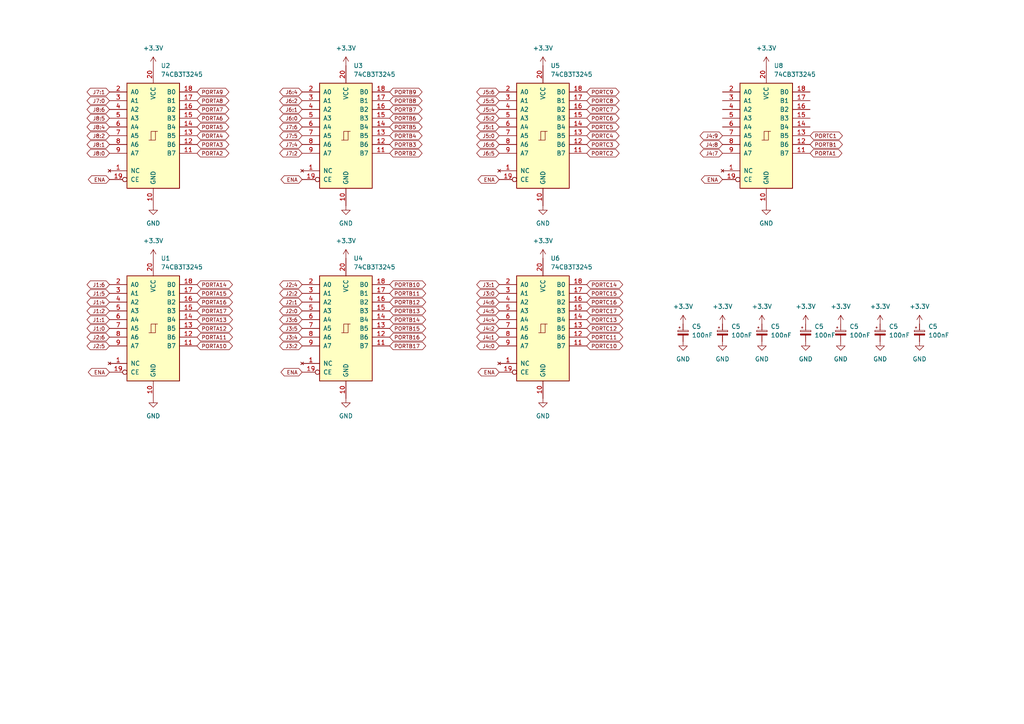
<source format=kicad_sch>
(kicad_sch (version 20230121) (generator eeschema)
  (paper "A4")
  (lib_symbols
    (symbol "Custom_components:74CB3T3245" (pin_names (offset 1.016))
      (property "Reference" "U" (at -7.62 16.51 0))
      (property "Value" "74CB3T3245" (at -7.62 -16.51 0))
      (symbol "74CB3T3245_1_0"
        (polyline (pts (xy -0.635 -1.27) (xy -0.635 1.27) (xy 0.635 1.27)))
        (polyline (pts (xy -1.27 -1.27) (xy 0.635 -1.27) (xy 0.635 1.27) (xy 1.27 1.27)))
        (pin no_connect line (at -12.7 -10.16 0) (length 5.08) (name "NC") (number "1"))
        (pin power_in line (at 0 -20.32 90) (length 5.08) (name "GND") (number "10"))
        (pin tri_state line (at 12.7 -5.08 180) (length 5.08) (name "B7") (number "11"))
        (pin tri_state line (at 12.7 -2.54 180) (length 5.08) (name "B6") (number "12"))
        (pin tri_state line (at 12.7 0 180) (length 5.08) (name "B5") (number "13"))
        (pin tri_state line (at 12.7 2.54 180) (length 5.08) (name "B4") (number "14"))
        (pin tri_state line (at 12.7 5.08 180) (length 5.08) (name "B3") (number "15"))
        (pin tri_state line (at 12.7 7.62 180) (length 5.08) (name "B2") (number "16"))
        (pin tri_state line (at 12.7 10.16 180) (length 5.08) (name "B1") (number "17"))
        (pin tri_state line (at 12.7 12.7 180) (length 5.08) (name "B0") (number "18"))
        (pin input inverted (at -12.7 -12.7 0) (length 5.08) (name "CE") (number "19"))
        (pin tri_state line (at -12.7 12.7 0) (length 5.08) (name "A0") (number "2"))
        (pin power_in line (at 0 20.32 270) (length 5.08) (name "VCC") (number "20"))
        (pin tri_state line (at -12.7 10.16 0) (length 5.08) (name "A1") (number "3"))
        (pin tri_state line (at -12.7 7.62 0) (length 5.08) (name "A2") (number "4"))
        (pin tri_state line (at -12.7 5.08 0) (length 5.08) (name "A3") (number "5"))
        (pin tri_state line (at -12.7 2.54 0) (length 5.08) (name "A4") (number "6"))
        (pin tri_state line (at -12.7 0 0) (length 5.08) (name "A5") (number "7"))
        (pin tri_state line (at -12.7 -2.54 0) (length 5.08) (name "A6") (number "8"))
        (pin tri_state line (at -12.7 -5.08 0) (length 5.08) (name "A7") (number "9"))
      )
      (symbol "74CB3T3245_1_1"
        (rectangle (start -7.62 15.24) (end 7.62 -15.24) (stroke (width 0.254)) (fill (type background)))
      )
    )
    (symbol "Device:C_Polarized_Small" (pin_numbers hide) (pin_names (offset 0.254) hide)
      (property "Reference" "C" (at 0.254 1.778 0))
      (property "Value" "C_Polarized_Small" (at 0.254 -2.032 0))
      (symbol "C_Polarized_Small_0_1"
        (rectangle (start -1.524 -0.3048) (end 1.524 -0.6858) (fill (type outline)))
        (rectangle (start -1.524 0.6858) (end 1.524 0.3048))
        (polyline (pts (xy -1.27 1.524) (xy -0.762 1.524)))
        (polyline (pts (xy -1.016 1.27) (xy -1.016 1.778)))
      )
      (symbol "C_Polarized_Small_1_1"
        (pin passive line (at 0 2.54 270) (length 1.8542) (name "~") (number "1"))
        (pin passive line (at 0 -2.54 90) (length 1.8542) (name "~") (number "2"))
      )
    )
    (symbol "power:+3.3V" (power) (pin_names (offset 0))
      (property "Value" "+3.3V" (at 0 3.556 0))
      (symbol "+3.3V_0_1"
        (polyline (pts (xy -0.762 1.27) (xy 0 2.54)))
        (polyline (pts (xy 0 0) (xy 0 2.54)))
        (polyline (pts (xy 0 2.54) (xy 0.762 1.27)))
      )
      (symbol "+3.3V_1_1"
        (pin power_in line (at 0 0 90) (length 0) hide (name "+3.3V") (number "1"))
      )
    )
    (symbol "power:GND" (power) (pin_names (offset 0))
      (property "Value" "GND" (at 0 -3.81 0))
      (symbol "GND_0_1"
        (polyline (pts (xy 0 0) (xy 0 -1.27) (xy 1.27 -1.27) (xy 0 -2.54) (xy -1.27 -1.27) (xy 0 -1.27)))
      )
      (symbol "GND_1_1"
        (pin power_in line (at 0 0 270) (length 0) hide (name "GND") (number "1"))
      )
    )
  )
  (global_label "ENA" (shape bidirectional) (at 209.55 52.07 180) (effects (font (size 1.1 1.1))) (property "Intersheetrefs" "${INTERSHEET_REFS}" (effects hide)))
  (global_label "J4:1" (shape bidirectional) (at 144.78 97.79 180) (effects (font (size 1.1 1.1))) (property "Intersheetrefs" "${INTERSHEET_REFS}" (effects hide)))
  (global_label "PORTA2" (shape bidirectional) (at 57.15 44.45 0) (effects (font (size 1.1 1.1))) (property "Intersheetrefs" "${INTERSHEET_REFS}" (effects hide)))
  (global_label "J8:6" (shape bidirectional) (at 31.75 31.75 180) (effects (font (size 1.1 1.1))) (property "Intersheetrefs" "${INTERSHEET_REFS}" (effects hide)))
  (global_label "PORTA5" (shape bidirectional) (at 57.15 36.83 0) (effects (font (size 1.1 1.1))) (property "Intersheetrefs" "${INTERSHEET_REFS}" (effects hide)))
  (global_label "PORTB6" (shape bidirectional) (at 113.03 34.29 0) (effects (font (size 1.1 1.1))) (property "Intersheetrefs" "${INTERSHEET_REFS}" (effects hide)))
  (global_label "J5:6" (shape bidirectional) (at 144.78 26.67 180) (effects (font (size 1.1 1.1))) (property "Intersheetrefs" "${INTERSHEET_REFS}" (effects hide)))
  (global_label "J7:4" (shape bidirectional) (at 87.63 41.91 180) (effects (font (size 1.1 1.1))) (property "Intersheetrefs" "${INTERSHEET_REFS}" (effects hide)))
  (global_label "PORTA6" (shape bidirectional) (at 57.15 34.29 0) (effects (font (size 1.1 1.1))) (property "Intersheetrefs" "${INTERSHEET_REFS}" (effects hide)))
  (global_label "J4:4" (shape bidirectional) (at 144.78 92.71 180) (effects (font (size 1.1 1.1))) (property "Intersheetrefs" "${INTERSHEET_REFS}" (effects hide)))
  (global_label "J2:4" (shape bidirectional) (at 87.63 82.55 180) (effects (font (size 1.1 1.1))) (property "Intersheetrefs" "${INTERSHEET_REFS}" (effects hide)))
  (global_label "PORTB3" (shape bidirectional) (at 113.03 41.91 0) (effects (font (size 1.1 1.1))) (property "Intersheetrefs" "${INTERSHEET_REFS}" (effects hide)))
  (global_label "J5:5" (shape bidirectional) (at 144.78 29.21 180) (effects (font (size 1.1 1.1))) (property "Intersheetrefs" "${INTERSHEET_REFS}" (effects hide)))
  (global_label "PORTB4" (shape bidirectional) (at 113.03 39.37 0) (effects (font (size 1.1 1.1))) (property "Intersheetrefs" "${INTERSHEET_REFS}" (effects hide)))
  (global_label "PORTC4" (shape bidirectional) (at 170.18 39.37 0) (effects (font (size 1.1 1.1))) (property "Intersheetrefs" "${INTERSHEET_REFS}" (effects hide)))
  (global_label "J6:4" (shape bidirectional) (at 87.63 26.67 180) (effects (font (size 1.1 1.1))) (property "Intersheetrefs" "${INTERSHEET_REFS}" (effects hide)))
  (global_label "J6:6" (shape bidirectional) (at 144.78 41.91 180) (effects (font (size 1.1 1.1))) (property "Intersheetrefs" "${INTERSHEET_REFS}" (effects hide)))
  (global_label "PORTA12" (shape bidirectional) (at 57.15 95.25 0) (effects (font (size 1.1 1.1))) (property "Intersheetrefs" "${INTERSHEET_REFS}" (effects hide)))
  (global_label "J1:1" (shape bidirectional) (at 31.75 92.71 180) (effects (font (size 1.1 1.1))) (property "Intersheetrefs" "${INTERSHEET_REFS}" (effects hide)))
  (global_label "PORTC8" (shape bidirectional) (at 170.18 29.21 0) (effects (font (size 1.1 1.1))) (property "Intersheetrefs" "${INTERSHEET_REFS}" (effects hide)))
  (global_label "PORTC17" (shape bidirectional) (at 170.18 90.17 0) (effects (font (size 1.1 1.1))) (property "Intersheetrefs" "${INTERSHEET_REFS}" (effects hide)))
  (global_label "J6:1" (shape bidirectional) (at 87.63 31.75 180) (effects (font (size 1.1 1.1))) (property "Intersheetrefs" "${INTERSHEET_REFS}" (effects hide)))
  (global_label "J6:2" (shape bidirectional) (at 87.63 29.21 180) (effects (font (size 1.1 1.1))) (property "Intersheetrefs" "${INTERSHEET_REFS}" (effects hide)))
  (global_label "J1:5" (shape bidirectional) (at 31.75 85.09 180) (effects (font (size 1.1 1.1))) (property "Intersheetrefs" "${INTERSHEET_REFS}" (effects hide)))
  (global_label "J1:6" (shape bidirectional) (at 31.75 82.55 180) (effects (font (size 1.1 1.1))) (property "Intersheetrefs" "${INTERSHEET_REFS}" (effects hide)))
  (global_label "J8:0" (shape bidirectional) (at 31.75 44.45 180) (effects (font (size 1.1 1.1))) (property "Intersheetrefs" "${INTERSHEET_REFS}" (effects hide)))
  (global_label "PORTB17" (shape bidirectional) (at 113.03 100.33 0) (effects (font (size 1.1 1.1))) (property "Intersheetrefs" "${INTERSHEET_REFS}" (effects hide)))
  (global_label "J5:2" (shape bidirectional) (at 144.78 34.29 180) (effects (font (size 1.1 1.1))) (property "Intersheetrefs" "${INTERSHEET_REFS}" (effects hide)))
  (global_label "J7:5" (shape bidirectional) (at 87.63 39.37 180) (effects (font (size 1.1 1.1))) (property "Intersheetrefs" "${INTERSHEET_REFS}" (effects hide)))
  (global_label "J2:6" (shape bidirectional) (at 31.75 97.79 180) (effects (font (size 1.1 1.1))) (property "Intersheetrefs" "${INTERSHEET_REFS}" (effects hide)))
  (global_label "J8:1" (shape bidirectional) (at 31.75 41.91 180) (effects (font (size 1.1 1.1))) (property "Intersheetrefs" "${INTERSHEET_REFS}" (effects hide)))
  (global_label "J5:0" (shape bidirectional) (at 144.78 39.37 180) (effects (font (size 1.1 1.1))) (property "Intersheetrefs" "${INTERSHEET_REFS}" (effects hide)))
  (global_label "PORTC5" (shape bidirectional) (at 170.18 36.83 0) (effects (font (size 1.1 1.1))) (property "Intersheetrefs" "${INTERSHEET_REFS}" (effects hide)))
  (global_label "PORTA4" (shape bidirectional) (at 57.15 39.37 0) (effects (font (size 1.1 1.1))) (property "Intersheetrefs" "${INTERSHEET_REFS}" (effects hide)))
  (global_label "PORTC7" (shape bidirectional) (at 170.18 31.75 0) (effects (font (size 1.1 1.1))) (property "Intersheetrefs" "${INTERSHEET_REFS}" (effects hide)))
  (global_label "J2:2" (shape bidirectional) (at 87.63 85.09 180) (effects (font (size 1.1 1.1))) (property "Intersheetrefs" "${INTERSHEET_REFS}" (effects hide)))
  (global_label "J1:4" (shape bidirectional) (at 31.75 87.63 180) (effects (font (size 1.1 1.1))) (property "Intersheetrefs" "${INTERSHEET_REFS}" (effects hide)))
  (global_label "PORTA10" (shape bidirectional) (at 57.15 100.33 0) (effects (font (size 1.1 1.1))) (property "Intersheetrefs" "${INTERSHEET_REFS}" (effects hide)))
  (global_label "J3:6" (shape bidirectional) (at 87.63 92.71 180) (effects (font (size 1.1 1.1))) (property "Intersheetrefs" "${INTERSHEET_REFS}" (effects hide)))
  (global_label "J2:5" (shape bidirectional) (at 31.75 100.33 180) (effects (font (size 1.1 1.1))) (property "Intersheetrefs" "${INTERSHEET_REFS}" (effects hide)))
  (global_label "PORTC1" (shape bidirectional) (at 234.95 39.37 0) (effects (font (size 1.1 1.1))) (property "Intersheetrefs" "${INTERSHEET_REFS}" (effects hide)))
  (global_label "J8:4" (shape bidirectional) (at 31.75 36.83 180) (effects (font (size 1.1 1.1))) (property "Intersheetrefs" "${INTERSHEET_REFS}" (effects hide)))
  (global_label "J4:9" (shape bidirectional) (at 209.55 39.37 180) (effects (font (size 1.1 1.1))) (property "Intersheetrefs" "${INTERSHEET_REFS}" (effects hide)))
  (global_label "PORTB11" (shape bidirectional) (at 113.03 85.09 0) (effects (font (size 1.1 1.1))) (property "Intersheetrefs" "${INTERSHEET_REFS}" (effects hide)))
  (global_label "J3:4" (shape bidirectional) (at 87.63 97.79 180) (effects (font (size 1.1 1.1))) (property "Intersheetrefs" "${INTERSHEET_REFS}" (effects hide)))
  (global_label "ENA" (shape bidirectional) (at 87.63 107.95 180) (effects (font (size 1.1 1.1))) (property "Intersheetrefs" "${INTERSHEET_REFS}" (effects hide)))
  (global_label "PORTB2" (shape bidirectional) (at 113.03 44.45 0) (effects (font (size 1.1 1.1))) (property "Intersheetrefs" "${INTERSHEET_REFS}" (effects hide)))
  (global_label "PORTC12" (shape bidirectional) (at 170.18 95.25 0) (effects (font (size 1.1 1.1))) (property "Intersheetrefs" "${INTERSHEET_REFS}" (effects hide)))
  (global_label "PORTC13" (shape bidirectional) (at 170.18 92.71 0) (effects (font (size 1.1 1.1))) (property "Intersheetrefs" "${INTERSHEET_REFS}" (effects hide)))
  (global_label "J7:1" (shape bidirectional) (at 31.75 26.67 180) (effects (font (size 1.1 1.1))) (property "Intersheetrefs" "${INTERSHEET_REFS}" (effects hide)))
  (global_label "J4:6" (shape bidirectional) (at 144.78 87.63 180) (effects (font (size 1.1 1.1))) (property "Intersheetrefs" "${INTERSHEET_REFS}" (effects hide)))
  (global_label "PORTA8" (shape bidirectional) (at 57.15 29.21 0) (effects (font (size 1.1 1.1))) (property "Intersheetrefs" "${INTERSHEET_REFS}" (effects hide)))
  (global_label "PORTB8" (shape bidirectional) (at 113.03 29.21 0) (effects (font (size 1.1 1.1))) (property "Intersheetrefs" "${INTERSHEET_REFS}" (effects hide)))
  (global_label "J6:0" (shape bidirectional) (at 87.63 34.29 180) (effects (font (size 1.1 1.1))) (property "Intersheetrefs" "${INTERSHEET_REFS}" (effects hide)))
  (global_label "J5:4" (shape bidirectional) (at 144.78 31.75 180) (effects (font (size 1.1 1.1))) (property "Intersheetrefs" "${INTERSHEET_REFS}" (effects hide)))
  (global_label "J4:0" (shape bidirectional) (at 144.78 100.33 180) (effects (font (size 1.1 1.1))) (property "Intersheetrefs" "${INTERSHEET_REFS}" (effects hide)))
  (global_label "J4:7" (shape bidirectional) (at 209.55 44.45 180) (effects (font (size 1.1 1.1))) (property "Intersheetrefs" "${INTERSHEET_REFS}" (effects hide)))
  (global_label "PORTC9" (shape bidirectional) (at 170.18 26.67 0) (effects (font (size 1.1 1.1))) (property "Intersheetrefs" "${INTERSHEET_REFS}" (effects hide)))
  (global_label "PORTC11" (shape bidirectional) (at 170.18 97.79 0) (effects (font (size 1.1 1.1))) (property "Intersheetrefs" "${INTERSHEET_REFS}" (effects hide)))
  (global_label "J7:0" (shape bidirectional) (at 31.75 29.21 180) (effects (font (size 1.1 1.1))) (property "Intersheetrefs" "${INTERSHEET_REFS}" (effects hide)))
  (global_label "J4:8" (shape bidirectional) (at 209.55 41.91 180) (effects (font (size 1.1 1.1))) (property "Intersheetrefs" "${INTERSHEET_REFS}" (effects hide)))
  (global_label "PORTA16" (shape bidirectional) (at 57.15 87.63 0) (effects (font (size 1.1 1.1))) (property "Intersheetrefs" "${INTERSHEET_REFS}" (effects hide)))
  (global_label "J8:5" (shape bidirectional) (at 31.75 34.29 180) (effects (font (size 1.1 1.1))) (property "Intersheetrefs" "${INTERSHEET_REFS}" (effects hide)))
  (global_label "J5:1" (shape bidirectional) (at 144.78 36.83 180) (effects (font (size 1.1 1.1))) (property "Intersheetrefs" "${INTERSHEET_REFS}" (effects hide)))
  (global_label "J2:0" (shape bidirectional) (at 87.63 90.17 180) (effects (font (size 1.1 1.1))) (property "Intersheetrefs" "${INTERSHEET_REFS}" (effects hide)))
  (global_label "J1:0" (shape bidirectional) (at 31.75 95.25 180) (effects (font (size 1.1 1.1))) (property "Intersheetrefs" "${INTERSHEET_REFS}" (effects hide)))
  (global_label "J3:0" (shape bidirectional) (at 144.78 85.09 180) (effects (font (size 1.1 1.1))) (property "Intersheetrefs" "${INTERSHEET_REFS}" (effects hide)))
  (global_label "J8:2" (shape bidirectional) (at 31.75 39.37 180) (effects (font (size 1.1 1.1))) (property "Intersheetrefs" "${INTERSHEET_REFS}" (effects hide)))
  (global_label "PORTB9" (shape bidirectional) (at 113.03 26.67 0) (effects (font (size 1.1 1.1))) (property "Intersheetrefs" "${INTERSHEET_REFS}" (effects hide)))
  (global_label "PORTC10" (shape bidirectional) (at 170.18 100.33 0) (effects (font (size 1.1 1.1))) (property "Intersheetrefs" "${INTERSHEET_REFS}" (effects hide)))
  (global_label "PORTC3" (shape bidirectional) (at 170.18 41.91 0) (effects (font (size 1.1 1.1))) (property "Intersheetrefs" "${INTERSHEET_REFS}" (effects hide)))
  (global_label "PORTA1" (shape bidirectional) (at 234.95 44.45 0) (effects (font (size 1.1 1.1))) (property "Intersheetrefs" "${INTERSHEET_REFS}" (effects hide)))
  (global_label "PORTA14" (shape bidirectional) (at 57.15 82.55 0) (effects (font (size 1.1 1.1))) (property "Intersheetrefs" "${INTERSHEET_REFS}" (effects hide)))
  (global_label "ENA" (shape bidirectional) (at 144.78 107.95 180) (effects (font (size 1.1 1.1))) (property "Intersheetrefs" "${INTERSHEET_REFS}" (effects hide)))
  (global_label "J7:2" (shape bidirectional) (at 87.63 44.45 180) (effects (font (size 1.1 1.1))) (property "Intersheetrefs" "${INTERSHEET_REFS}" (effects hide)))
  (global_label "ENA" (shape bidirectional) (at 31.75 52.07 180) (effects (font (size 1.1 1.1))) (property "Intersheetrefs" "${INTERSHEET_REFS}" (effects hide)))
  (global_label "PORTB15" (shape bidirectional) (at 113.03 95.25 0) (effects (font (size 1.1 1.1))) (property "Intersheetrefs" "${INTERSHEET_REFS}" (effects hide)))
  (global_label "PORTB13" (shape bidirectional) (at 113.03 90.17 0) (effects (font (size 1.1 1.1))) (property "Intersheetrefs" "${INTERSHEET_REFS}" (effects hide)))
  (global_label "PORTB1" (shape bidirectional) (at 234.95 41.91 0) (effects (font (size 1.1 1.1))) (property "Intersheetrefs" "${INTERSHEET_REFS}" (effects hide)))
  (global_label "J3:5" (shape bidirectional) (at 87.63 95.25 180) (effects (font (size 1.1 1.1))) (property "Intersheetrefs" "${INTERSHEET_REFS}" (effects hide)))
  (global_label "J7:6" (shape bidirectional) (at 87.63 36.83 180) (effects (font (size 1.1 1.1))) (property "Intersheetrefs" "${INTERSHEET_REFS}" (effects hide)))
  (global_label "PORTC14" (shape bidirectional) (at 170.18 82.55 0) (effects (font (size 1.1 1.1))) (property "Intersheetrefs" "${INTERSHEET_REFS}" (effects hide)))
  (global_label "PORTA13" (shape bidirectional) (at 57.15 92.71 0) (effects (font (size 1.1 1.1))) (property "Intersheetrefs" "${INTERSHEET_REFS}" (effects hide)))
  (global_label "J2:1" (shape bidirectional) (at 87.63 87.63 180) (effects (font (size 1.1 1.1))) (property "Intersheetrefs" "${INTERSHEET_REFS}" (effects hide)))
  (global_label "ENA" (shape bidirectional) (at 144.78 52.07 180) (effects (font (size 1.1 1.1))) (property "Intersheetrefs" "${INTERSHEET_REFS}" (effects hide)))
  (global_label "PORTC16" (shape bidirectional) (at 170.18 87.63 0) (effects (font (size 1.1 1.1))) (property "Intersheetrefs" "${INTERSHEET_REFS}" (effects hide)))
  (global_label "PORTB7" (shape bidirectional) (at 113.03 31.75 0) (effects (font (size 1.1 1.1))) (property "Intersheetrefs" "${INTERSHEET_REFS}" (effects hide)))
  (global_label "PORTA9" (shape bidirectional) (at 57.15 26.67 0) (effects (font (size 1.1 1.1))) (property "Intersheetrefs" "${INTERSHEET_REFS}" (effects hide)))
  (global_label "J6:5" (shape bidirectional) (at 144.78 44.45 180) (effects (font (size 1.1 1.1))) (property "Intersheetrefs" "${INTERSHEET_REFS}" (effects hide)))
  (global_label "PORTB5" (shape bidirectional) (at 113.03 36.83 0) (effects (font (size 1.1 1.1))) (property "Intersheetrefs" "${INTERSHEET_REFS}" (effects hide)))
  (global_label "PORTB12" (shape bidirectional) (at 113.03 87.63 0) (effects (font (size 1.1 1.1))) (property "Intersheetrefs" "${INTERSHEET_REFS}" (effects hide)))
  (global_label "PORTB16" (shape bidirectional) (at 113.03 97.79 0) (effects (font (size 1.1 1.1))) (property "Intersheetrefs" "${INTERSHEET_REFS}" (effects hide)))
  (global_label "PORTA17" (shape bidirectional) (at 57.15 90.17 0) (effects (font (size 1.1 1.1))) (property "Intersheetrefs" "${INTERSHEET_REFS}" (effects hide)))
  (global_label "PORTC2" (shape bidirectional) (at 170.18 44.45 0) (effects (font (size 1.1 1.1))) (property "Intersheetrefs" "${INTERSHEET_REFS}" (effects hide)))
  (global_label "J4:2" (shape bidirectional) (at 144.78 95.25 180) (effects (font (size 1.1 1.1))) (property "Intersheetrefs" "${INTERSHEET_REFS}" (effects hide)))
  (global_label "PORTA15" (shape bidirectional) (at 57.15 85.09 0) (effects (font (size 1.1 1.1))) (property "Intersheetrefs" "${INTERSHEET_REFS}" (effects hide)))
  (global_label "PORTB14" (shape bidirectional) (at 113.03 92.71 0) (effects (font (size 1.1 1.1))) (property "Intersheetrefs" "${INTERSHEET_REFS}" (effects hide)))
  (global_label "PORTA7" (shape bidirectional) (at 57.15 31.75 0) (effects (font (size 1.1 1.1))) (property "Intersheetrefs" "${INTERSHEET_REFS}" (effects hide)))
  (global_label "J3:1" (shape bidirectional) (at 144.78 82.55 180) (effects (font (size 1.1 1.1))) (property "Intersheetrefs" "${INTERSHEET_REFS}" (effects hide)))
  (global_label "PORTC15" (shape bidirectional) (at 170.18 85.09 0) (effects (font (size 1.1 1.1))) (property "Intersheetrefs" "${INTERSHEET_REFS}" (effects hide)))
  (global_label "PORTA3" (shape bidirectional) (at 57.15 41.91 0) (effects (font (size 1.1 1.1))) (property "Intersheetrefs" "${INTERSHEET_REFS}" (effects hide)))
  (global_label "ENA" (shape bidirectional) (at 31.75 107.95 180) (effects (font (size 1.1 1.1))) (property "Intersheetrefs" "${INTERSHEET_REFS}" (effects hide)))
  (global_label "ENA" (shape bidirectional) (at 87.63 52.07 180) (effects (font (size 1.1 1.1))) (property "Intersheetrefs" "${INTERSHEET_REFS}" (effects hide)))
  (global_label "PORTB10" (shape bidirectional) (at 113.03 82.55 0) (effects (font (size 1.1 1.1))) (property "Intersheetrefs" "${INTERSHEET_REFS}" (effects hide)))
  (global_label "J1:2" (shape bidirectional) (at 31.75 90.17 180) (effects (font (size 1.1 1.1))) (property "Intersheetrefs" "${INTERSHEET_REFS}" (effects hide)))
  (global_label "PORTA11" (shape bidirectional) (at 57.15 97.79 0) (effects (font (size 1.1 1.1))) (property "Intersheetrefs" "${INTERSHEET_REFS}" (effects hide)))
  (global_label "J3:2" (shape bidirectional) (at 87.63 100.33 180) (effects (font (size 1.1 1.1))) (property "Intersheetrefs" "${INTERSHEET_REFS}" (effects hide)))
  (global_label "PORTC6" (shape bidirectional) (at 170.18 34.29 0) (effects (font (size 1.1 1.1))) (property "Intersheetrefs" "${INTERSHEET_REFS}" (effects hide)))
  (global_label "J4:5" (shape bidirectional) (at 144.78 90.17 180) (effects (font (size 1.1 1.1))) (property "Intersheetrefs" "${INTERSHEET_REFS}" (effects hide)))
  (symbol (lib_id "power:+3.3V") (at 44.45 74.93 0) (unit 1)
    (property "Reference" "#PWR03" (effects hide))
    (property "Value" "+3.3V" (at 44.45 69.85 0))
  )
  (symbol (lib_id "Custom_components:74CB3T3245") (at 44.45 39.37 0) (unit 1)
    (property "Reference" "U2" (at 46.6441 19.05 0) (effects (justify left)))
    (property "Value" "74CB3T3245" (at 46.6441 21.59 0) (effects (justify left)))
    (property "Footprint" "Package_SO:TSSOP-20_4.4x6.5mm_P0.65mm" (effects hide))
    (property "Datasheet" "https://www.ti.com/product/SN74CB3T3245" (effects hide))
    (property "LCSC" "C15298" (effects hide))
  )
  (symbol (lib_id "power:+3.3V") (at 157.48 74.93 0) (unit 1)
    (property "Reference" "#PWR011" (effects hide))
    (property "Value" "+3.3V" (at 157.48 69.85 0))
  )
  (symbol (lib_id "power:+3.3V") (at 255.27 93.98 0) (unit 1)
    (property "Reference" "#PWR0112" (effects hide))
    (property "Value" "+3.3V" (at 255.27 88.9 0))
  )
  (symbol (lib_id "power:GND") (at 243.84 99.06 0) (unit 1)
    (property "Reference" "#PWR0111" (effects hide))
    (property "Value" "GND" (at 243.84 104.14 0))
  )
  (symbol (lib_id "Device:C_Polarized_Small") (at 220.98 96.52 0) (unit 1)
    (property "Reference" "C5" (at 223.52 94.7039 0) (effects (justify left)))
    (property "Value" "100nF" (at 223.52 97.2439 0) (effects (justify left)))
    (property "Footprint" "Capacitor_SMD:C_1206_3216Metric_Pad1.33x1.80mm_HandSolder" (effects hide))
    (property "LCSC" "C24497" (effects hide))
    (instances (project "HUB75HAT" (path "" (reference "C5") (unit 1)) (path "" (reference "C16") (unit 1))))
  )
  (symbol (lib_id "power:+3.3V") (at 243.84 93.98 0) (unit 1)
    (property "Reference" "#PWR0110" (effects hide))
    (property "Value" "+3.3V" (at 243.84 88.9 0))
  )
  (symbol (lib_id "power:GND") (at 233.68 99.06 0) (unit 1)
    (property "Reference" "#PWR0109" (effects hide))
    (property "Value" "GND" (at 233.68 104.14 0))
  )
  (symbol (lib_id "Device:C_Polarized_Small") (at 243.84 96.52 0) (unit 1)
    (property "Reference" "C5" (at 246.38 94.7039 0) (effects (justify left)))
    (property "Value" "100nF" (at 246.38 97.2439 0) (effects (justify left)))
    (property "Footprint" "Capacitor_SMD:C_1206_3216Metric_Pad1.33x1.80mm_HandSolder" (effects hide))
    (property "LCSC" "C24497" (effects hide))
    (instances (project "HUB75HAT" (path "" (reference "C5") (unit 1)) (path "" (reference "C18") (unit 1))))
  )
  (symbol (lib_id "Device:C_Polarized_Small") (at 198.12 96.52 0) (unit 1)
    (property "Reference" "C5" (at 200.66 94.7039 0) (effects (justify left)))
    (property "Value" "100nF" (at 200.66 97.2439 0) (effects (justify left)))
    (property "Footprint" "Capacitor_SMD:C_1206_3216Metric_Pad1.33x1.80mm_HandSolder" (effects hide))
    (property "LCSC" "C24497" (effects hide))
    (instances (project "HUB75HAT" (path "" (reference "C5") (unit 1)) (path "" (reference "C21") (unit 1))))
  )
  (symbol (lib_id "power:+3.3V") (at 233.68 93.98 0) (unit 1)
    (property "Reference" "#PWR0108" (effects hide))
    (property "Value" "+3.3V" (at 233.68 88.9 0))
  )
  (symbol (lib_id "Device:C_Polarized_Small") (at 255.27 96.52 0) (unit 1)
    (property "Reference" "C5" (at 257.81 94.7039 0) (effects (justify left)))
    (property "Value" "100nF" (at 257.81 97.2439 0) (effects (justify left)))
    (property "Footprint" "Capacitor_SMD:C_1206_3216Metric_Pad1.33x1.80mm_HandSolder" (effects hide))
    (property "LCSC" "C24497" (effects hide))
    (instances (project "HUB75HAT" (path "" (reference "C5") (unit 1)) (path "" (reference "C19") (unit 1))))
  )
  (symbol (lib_id "power:+3.3V") (at 222.25 19.05 0) (unit 1)
    (property "Reference" "#PWR072" (effects hide))
    (property "Value" "+3.3V" (at 222.25 13.97 0))
  )
  (symbol (lib_id "power:GND") (at 220.98 99.06 0) (unit 1)
    (property "Reference" "#PWR071" (effects hide))
    (property "Value" "GND" (at 220.98 104.14 0))
  )
  (symbol (lib_id "Device:C_Polarized_Small") (at 233.68 96.52 0) (unit 1)
    (property "Reference" "C5" (at 236.22 94.7039 0) (effects (justify left)))
    (property "Value" "100nF" (at 236.22 97.2439 0) (effects (justify left)))
    (property "Footprint" "Capacitor_SMD:C_1206_3216Metric_Pad1.33x1.80mm_HandSolder" (effects hide))
    (property "LCSC" "C24497" (effects hide))
    (instances (project "HUB75HAT" (path "" (reference "C5") (unit 1)) (path "" (reference "C17") (unit 1))))
  )
  (symbol (lib_id "Device:C_Polarized_Small") (at 266.7 96.52 0) (unit 1)
    (property "Reference" "C5" (at 269.24 94.7039 0) (effects (justify left)))
    (property "Value" "100nF" (at 269.24 97.2439 0) (effects (justify left)))
    (property "Footprint" "Capacitor_SMD:C_1206_3216Metric_Pad1.33x1.80mm_HandSolder" (effects hide))
    (property "LCSC" "C24497" (effects hide))
    (instances (project "HUB75HAT" (path "" (reference "C5") (unit 1)) (path "" (reference "C20") (unit 1))))
  )
  (symbol (lib_id "Custom_components:74CB3T3245") (at 100.33 39.37 0) (unit 1)
    (property "Reference" "U3" (at 102.5241 19.05 0) (effects (justify left)))
    (property "Value" "74CB3T3245" (at 102.5241 21.59 0) (effects (justify left)))
    (property "Footprint" "Package_SO:TSSOP-20_4.4x6.5mm_P0.65mm" (effects hide))
    (property "Datasheet" "https://www.ti.com/product/SN74CB3T3245" (effects hide))
    (property "LCSC" "C15298" (effects hide))
  )
  (symbol (lib_id "power:GND") (at 255.27 99.06 0) (unit 1)
    (property "Reference" "#PWR0113" (effects hide))
    (property "Value" "GND" (at 255.27 104.14 0))
  )
  (symbol (lib_id "Custom_components:74CB3T3245") (at 157.48 95.25 0) (unit 1)
    (property "Reference" "U6" (at 159.6741 74.93 0) (effects (justify left)))
    (property "Value" "74CB3T3245" (at 159.6741 77.47 0) (effects (justify left)))
    (property "Footprint" "Package_SO:TSSOP-20_4.4x6.5mm_P0.65mm" (effects hide))
    (property "Datasheet" "https://www.ti.com/product/SN74CB3T3245" (effects hide))
    (property "LCSC" "C15298" (effects hide))
  )
  (symbol (lib_id "Custom_components:74CB3T3245") (at 222.25 39.37 0) (unit 1)
    (property "Reference" "U8" (at 224.4441 19.05 0) (effects (justify left)))
    (property "Value" "74CB3T3245" (at 224.4441 21.59 0) (effects (justify left)))
    (property "Footprint" "Package_SO:TSSOP-20_4.4x6.5mm_P0.65mm" (effects hide))
    (property "Datasheet" "https://www.ti.com/product/SN74CB3T3245" (effects hide))
    (property "LCSC" "C15298" (effects hide))
  )
  (symbol (lib_id "Device:C_Polarized_Small") (at 209.55 96.52 0) (unit 1)
    (property "Reference" "C5" (at 212.09 94.7039 0) (effects (justify left)))
    (property "Value" "100nF" (at 212.09 97.2439 0) (effects (justify left)))
    (property "Footprint" "Capacitor_SMD:C_1206_3216Metric_Pad1.33x1.80mm_HandSolder" (effects hide))
    (property "LCSC" "C24497" (effects hide))
    (instances (project "HUB75HAT" (path "" (reference "C5") (unit 1)) (path "" (reference "C9") (unit 1))))
  )
  (symbol (lib_id "power:+3.3V") (at 44.45 19.05 0) (unit 1)
    (property "Reference" "#PWR04" (effects hide))
    (property "Value" "+3.3V" (at 44.45 13.97 0))
  )
  (symbol (lib_id "power:GND") (at 266.7 99.06 0) (unit 1)
    (property "Reference" "#PWR0115" (effects hide))
    (property "Value" "GND" (at 266.7 104.14 0))
  )
  (symbol (lib_id "power:+3.3V") (at 266.7 93.98 0) (unit 1)
    (property "Reference" "#PWR0114" (effects hide))
    (property "Value" "+3.3V" (at 266.7 88.9 0))
  )
  (symbol (lib_id "power:+3.3V") (at 157.48 19.05 0) (unit 1)
    (property "Reference" "#PWR09" (effects hide))
    (property "Value" "+3.3V" (at 157.48 13.97 0))
  )
  (symbol (lib_id "Custom_components:74CB3T3245") (at 157.48 39.37 0) (unit 1)
    (property "Reference" "U5" (at 159.6741 19.05 0) (effects (justify left)))
    (property "Value" "74CB3T3245" (at 159.6741 21.59 0) (effects (justify left)))
    (property "Footprint" "Package_SO:TSSOP-20_4.4x6.5mm_P0.65mm" (effects hide))
    (property "Datasheet" "https://www.ti.com/product/SN74CB3T3245" (effects hide))
    (property "LCSC" "C15298" (effects hide))
  )
  (symbol (lib_id "power:+3.3V") (at 100.33 19.05 0) (unit 1)
    (property "Reference" "#PWR05" (effects hide))
    (property "Value" "+3.3V" (at 100.33 13.97 0))
  )
  (symbol (lib_id "power:GND") (at 44.45 59.69 0) (unit 1)
    (property "Reference" "#PWR01" (effects hide))
    (property "Value" "GND" (at 44.45 64.77 0))
  )
  (symbol (lib_id "Custom_components:74CB3T3245") (at 100.33 95.25 0) (unit 1)
    (property "Reference" "U4" (at 102.5241 74.93 0) (effects (justify left)))
    (property "Value" "74CB3T3245" (at 102.5241 77.47 0) (effects (justify left)))
    (property "Footprint" "Package_SO:TSSOP-20_4.4x6.5mm_P0.65mm" (effects hide))
    (property "Datasheet" "https://www.ti.com/product/SN74CB3T3245" (effects hide))
    (property "LCSC" "C15298" (effects hide))
  )
  (symbol (lib_id "Custom_components:74CB3T3245") (at 44.45 95.25 0) (unit 1)
    (property "Reference" "U1" (at 46.6441 74.93 0) (effects (justify left)))
    (property "Value" "74CB3T3245" (at 46.6441 77.47 0) (effects (justify left)))
    (property "Footprint" "Package_SO:TSSOP-20_4.4x6.5mm_P0.65mm" (effects hide))
    (property "Datasheet" "https://www.ti.com/product/SN74CB3T3245" (effects hide))
    (property "LCSC" "C15298" (effects hide))
  )
  (symbol (lib_id "power:GND") (at 222.25 59.69 0) (unit 1)
    (property "Reference" "#PWR073" (effects hide))
    (property "Value" "GND" (at 222.25 64.77 0))
  )
  (symbol (lib_id "power:GND") (at 157.48 115.57 0) (unit 1)
    (property "Reference" "#PWR012" (effects hide))
    (property "Value" "GND" (at 157.48 120.65 0))
  )
  (symbol (lib_id "power:+3.3V") (at 100.33 74.93 0) (unit 1)
    (property "Reference" "#PWR07" (effects hide))
    (property "Value" "+3.3V" (at 100.33 69.85 0))
  )
  (symbol (lib_id "power:GND") (at 198.12 99.06 0) (unit 1)
    (property "Reference" "#PWR0117" (effects hide))
    (property "Value" "GND" (at 198.12 104.14 0))
  )
  (symbol (lib_id "power:GND") (at 100.33 115.57 0) (unit 1)
    (property "Reference" "#PWR08" (effects hide))
    (property "Value" "GND" (at 100.33 120.65 0))
  )
  (symbol (lib_id "power:GND") (at 157.48 59.69 0) (unit 1)
    (property "Reference" "#PWR010" (effects hide))
    (property "Value" "GND" (at 157.48 64.77 0))
  )
  (symbol (lib_id "power:GND") (at 209.55 99.06 0) (unit 1)
    (property "Reference" "#PWR068" (effects hide))
    (property "Value" "GND" (at 209.55 104.14 0))
  )
  (symbol (lib_id "power:GND") (at 44.45 115.57 0) (unit 1)
    (property "Reference" "#PWR02" (effects hide))
    (property "Value" "GND" (at 44.45 120.65 0))
  )
  (symbol (lib_id "power:+3.3V") (at 220.98 93.98 0) (unit 1)
    (property "Reference" "#PWR070" (effects hide))
    (property "Value" "+3.3V" (at 220.98 88.9 0))
  )
  (symbol (lib_id "power:GND") (at 100.33 59.69 0) (unit 1)
    (property "Reference" "#PWR06" (effects hide))
    (property "Value" "GND" (at 100.33 64.77 0))
  )
  (symbol (lib_id "power:+3.3V") (at 198.12 93.98 0) (unit 1)
    (property "Reference" "#PWR0116" (effects hide))
    (property "Value" "+3.3V" (at 198.12 88.9 0))
  )
  (symbol (lib_id "power:+3.3V") (at 209.55 93.98 0) (unit 1)
    (property "Reference" "#PWR069" (effects hide))
    (property "Value" "+3.3V" (at 209.55 88.9 0))
  )
)
</source>
